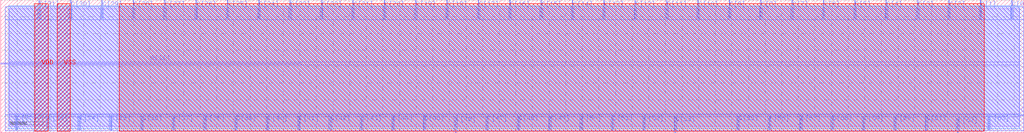
<source format=lef>
VERSION 5.7 ;
  NOWIREEXTENSIONATPIN ON ;
  DIVIDERCHAR "/" ;
  BUSBITCHARS "[]" ;
MACRO BR64
  CLASS BLOCK ;
  FOREIGN BR64 ;
  ORIGIN 0.000 0.000 ;
  SIZE 307.745 BY 40.170 ;
  PIN OUT
    PORT
      LAYER met1 ;
        RECT 306.335 5.050 307.555 5.440 ;
    END
  END OUT
  PIN RESET
    PORT
      LAYER met1 ;
        RECT 0.000 20.805 90.000 21.135 ;
    END
  END RESET
  PIN C[63]
    PORT
      LAYER met2 ;
        RECT 297.275 0.620 297.495 5.110 ;
    END
  END C[63]
  PIN C[61]
    PORT
      LAYER met2 ;
        RECT 278.395 0.620 278.615 5.110 ;
    END
  END C[61]
  PIN C[60]
    PORT
      LAYER met2 ;
        RECT 268.955 0.620 269.175 5.110 ;
    END
  END C[60]
  PIN C[59]
    PORT
      LAYER met2 ;
        RECT 259.515 0.620 259.735 5.110 ;
    END
  END C[59]
  PIN C[58]
    PORT
      LAYER met2 ;
        RECT 250.075 0.620 250.295 5.110 ;
    END
  END C[58]
  PIN C[57]
    PORT
      LAYER met2 ;
        RECT 240.635 0.620 240.855 5.110 ;
    END
  END C[57]
  PIN C[56]
    PORT
      LAYER met2 ;
        RECT 231.195 0.620 231.415 5.110 ;
    END
  END C[56]
  PIN C[55]
    PORT
      LAYER met2 ;
        RECT 221.755 0.620 221.975 5.110 ;
    END
  END C[55]
  PIN C[52]
    PORT
      LAYER met2 ;
        RECT 193.435 0.620 193.655 5.110 ;
    END
  END C[52]
  PIN C[51]
    PORT
      LAYER met2 ;
        RECT 183.995 0.620 184.215 5.110 ;
    END
  END C[51]
  PIN C[50]
    PORT
      LAYER met2 ;
        RECT 174.555 0.620 174.775 5.110 ;
    END
  END C[50]
  PIN C[49]
    PORT
      LAYER met2 ;
        RECT 165.115 0.620 165.335 5.110 ;
    END
  END C[49]
  PIN C[48]
    PORT
      LAYER met2 ;
        RECT 155.675 0.620 155.895 5.110 ;
    END
  END C[48]
  PIN C[47]
    PORT
      LAYER met2 ;
        RECT 146.235 0.620 146.455 5.110 ;
    END
  END C[47]
  PIN C[45]
    PORT
      LAYER met2 ;
        RECT 127.355 0.620 127.575 5.110 ;
    END
  END C[45]
  PIN C[44]
    PORT
      LAYER met2 ;
        RECT 117.915 0.620 118.135 5.110 ;
    END
  END C[44]
  PIN C[43]
    PORT
      LAYER met2 ;
        RECT 108.475 0.620 108.695 5.110 ;
    END
  END C[43]
  PIN C[42]
    PORT
      LAYER met2 ;
        RECT 99.035 0.620 99.255 5.110 ;
    END
  END C[42]
  PIN C[41]
    PORT
      LAYER met2 ;
        RECT 89.595 0.620 89.815 5.110 ;
    END
  END C[41]
  PIN C[40]
    PORT
      LAYER met2 ;
        RECT 80.155 0.620 80.375 5.110 ;
    END
  END C[40]
  PIN C[39]
    PORT
      LAYER met2 ;
        RECT 70.715 0.620 70.935 5.110 ;
    END
  END C[39]
  PIN C[38]
    PORT
      LAYER met2 ;
        RECT 61.275 0.620 61.495 5.110 ;
    END
  END C[38]
  PIN C[37]
    PORT
      LAYER met2 ;
        RECT 51.835 0.620 52.055 5.110 ;
    END
  END C[37]
  PIN C[36]
    PORT
      LAYER met2 ;
        RECT 42.395 0.620 42.615 5.110 ;
    END
  END C[36]
  PIN C[35]
    PORT
      LAYER met2 ;
        RECT 32.955 0.620 33.175 5.110 ;
    END
  END C[35]
  PIN C[34]
    PORT
      LAYER met2 ;
        RECT 23.515 0.620 23.735 5.110 ;
    END
  END C[34]
  PIN C[33]
    PORT
      LAYER met2 ;
        RECT 14.075 0.620 14.295 5.110 ;
    END
  END C[33]
  PIN C[32]
    PORT
      LAYER met2 ;
        RECT 4.635 0.620 4.855 5.110 ;
    END
  END C[32]
  PIN C[31]
    PORT
      LAYER met2 ;
        RECT 11.485 34.390 11.705 40.170 ;
    END
  END C[31]
  PIN C[30]
    PORT
      LAYER met2 ;
        RECT 20.925 34.390 21.145 40.170 ;
    END
  END C[30]
  PIN C[29]
    PORT
      LAYER met2 ;
        RECT 30.365 34.390 30.585 40.170 ;
    END
  END C[29]
  PIN C[28]
    PORT
      LAYER met2 ;
        RECT 39.805 34.390 40.025 40.170 ;
    END
  END C[28]
  PIN C[27]
    PORT
      LAYER met2 ;
        RECT 49.245 34.390 49.465 40.170 ;
    END
  END C[27]
  PIN C[26]
    PORT
      LAYER met2 ;
        RECT 58.685 34.390 58.905 40.170 ;
    END
  END C[26]
  PIN C[25]
    PORT
      LAYER met2 ;
        RECT 68.125 34.390 68.345 40.170 ;
    END
  END C[25]
  PIN C[24]
    PORT
      LAYER met2 ;
        RECT 77.565 34.390 77.785 40.170 ;
    END
  END C[24]
  PIN C[23]
    PORT
      LAYER met2 ;
        RECT 87.005 34.390 87.225 40.170 ;
    END
  END C[23]
  PIN C[22]
    PORT
      LAYER met2 ;
        RECT 96.445 34.390 96.665 40.170 ;
    END
  END C[22]
  PIN C[21]
    PORT
      LAYER met2 ;
        RECT 105.885 34.390 106.105 40.170 ;
    END
  END C[21]
  PIN C[20]
    PORT
      LAYER met2 ;
        RECT 115.325 34.390 115.545 40.170 ;
    END
  END C[20]
  PIN C[19]
    PORT
      LAYER met2 ;
        RECT 124.765 34.390 124.985 40.170 ;
    END
  END C[19]
  PIN C[18]
    PORT
      LAYER met2 ;
        RECT 134.205 34.390 134.425 40.170 ;
    END
  END C[18]
  PIN C[17]
    PORT
      LAYER met2 ;
        RECT 143.645 34.390 143.865 40.170 ;
    END
  END C[17]
  PIN C[16]
    PORT
      LAYER met2 ;
        RECT 153.085 34.390 153.305 40.170 ;
    END
  END C[16]
  PIN C[15]
    PORT
      LAYER met2 ;
        RECT 162.525 34.390 162.745 40.170 ;
    END
  END C[15]
  PIN C[14]
    PORT
      LAYER met2 ;
        RECT 171.965 34.390 172.185 40.170 ;
    END
  END C[14]
  PIN C[13]
    PORT
      LAYER met2 ;
        RECT 181.405 34.390 181.625 40.170 ;
    END
  END C[13]
  PIN C[12]
    PORT
      LAYER met2 ;
        RECT 190.845 34.390 191.065 40.170 ;
    END
  END C[12]
  PIN C[11]
    PORT
      LAYER met2 ;
        RECT 200.285 34.390 200.505 40.170 ;
    END
  END C[11]
  PIN C[10]
    PORT
      LAYER met2 ;
        RECT 209.725 34.390 209.945 40.170 ;
    END
  END C[10]
  PIN C[9]
    PORT
      LAYER met2 ;
        RECT 219.165 34.390 219.385 40.170 ;
    END
  END C[9]
  PIN C[8]
    PORT
      LAYER met2 ;
        RECT 228.605 34.390 228.825 40.170 ;
    END
  END C[8]
  PIN C[7]
    PORT
      LAYER met2 ;
        RECT 238.045 34.390 238.265 40.170 ;
    END
  END C[7]
  PIN C[6]
    PORT
      LAYER met2 ;
        RECT 247.485 34.390 247.705 40.170 ;
    END
  END C[6]
  PIN C[5]
    PORT
      LAYER met2 ;
        RECT 256.925 34.390 257.145 40.170 ;
    END
  END C[5]
  PIN C[4]
    PORT
      LAYER met2 ;
        RECT 266.365 34.390 266.585 40.170 ;
    END
  END C[4]
  PIN C[3]
    PORT
      LAYER met2 ;
        RECT 275.805 34.390 276.025 40.170 ;
    END
  END C[3]
  PIN C[2]
    PORT
      LAYER met2 ;
        RECT 285.245 34.390 285.465 40.170 ;
    END
  END C[2]
  PIN C[1]
    PORT
      LAYER met2 ;
        RECT 294.685 34.390 294.905 40.170 ;
    END
  END C[1]
  PIN C[0]
    PORT
      LAYER met2 ;
        RECT 304.125 34.390 304.345 40.170 ;
    END
  END C[0]
  PIN C[46]
    PORT
      LAYER met2 ;
        RECT 136.795 0.120 137.015 5.110 ;
    END
  END C[46]
  PIN C[53]
    PORT
      LAYER met2 ;
        RECT 202.875 0.000 203.095 5.110 ;
    END
  END C[53]
  PIN C[62]
    PORT
      LAYER met2 ;
        RECT 287.845 0.020 288.065 4.510 ;
    END
  END C[62]
  PIN VDD
    DIRECTION INOUT ;
    USE POWER ; 
    PORT
      LAYER met4 ;
        RECT 10.235 0.475 14.265 39.005 ;
    END
  END VDD
  PIN VSS
    DIRECTION INOUT ;
    USE GROUND ;
    PORT
      LAYER met4 ;
        RECT 16.950 0.480 20.980 39.010 ;
    END
  END VSS
  OBS
      LAYER li1 ;
        RECT 2.575 2.010 306.405 37.490 ;
      LAYER met1 ;
        RECT 2.385 21.415 306.595 38.350 ;
        RECT 90.280 20.525 306.595 21.415 ;
        RECT 2.385 5.720 306.595 20.525 ;
        RECT 2.385 4.770 306.055 5.720 ;
        RECT 2.385 1.150 306.595 4.770 ;
      LAYER met2 ;
        RECT 1.355 34.110 11.205 38.100 ;
        RECT 11.985 34.110 20.645 38.100 ;
        RECT 21.425 34.110 30.085 38.100 ;
        RECT 30.865 34.110 39.525 38.100 ;
        RECT 40.305 34.110 48.965 38.100 ;
        RECT 49.745 34.110 58.405 38.100 ;
        RECT 59.185 34.110 67.845 38.100 ;
        RECT 68.625 34.110 77.285 38.100 ;
        RECT 78.065 34.110 86.725 38.100 ;
        RECT 87.505 34.110 96.165 38.100 ;
        RECT 96.945 34.110 105.605 38.100 ;
        RECT 106.385 34.110 115.045 38.100 ;
        RECT 115.825 34.110 124.485 38.100 ;
        RECT 125.265 34.110 133.925 38.100 ;
        RECT 134.705 34.110 143.365 38.100 ;
        RECT 144.145 34.110 152.805 38.100 ;
        RECT 153.585 34.110 162.245 38.100 ;
        RECT 163.025 34.110 171.685 38.100 ;
        RECT 172.465 34.110 181.125 38.100 ;
        RECT 181.905 34.110 190.565 38.100 ;
        RECT 191.345 34.110 200.005 38.100 ;
        RECT 200.785 34.110 209.445 38.100 ;
        RECT 210.225 34.110 218.885 38.100 ;
        RECT 219.665 34.110 228.325 38.100 ;
        RECT 229.105 34.110 237.765 38.100 ;
        RECT 238.545 34.110 247.205 38.100 ;
        RECT 247.985 34.110 256.645 38.100 ;
        RECT 257.425 34.110 266.085 38.100 ;
        RECT 266.865 34.110 275.525 38.100 ;
        RECT 276.305 34.110 284.965 38.100 ;
        RECT 285.745 34.110 294.405 38.100 ;
        RECT 295.185 34.110 303.845 38.100 ;
        RECT 304.625 34.110 307.745 38.100 ;
        RECT 1.355 5.390 307.745 34.110 ;
        RECT 1.355 0.620 4.355 5.390 ;
        RECT 5.135 0.620 13.795 5.390 ;
        RECT 14.575 0.620 23.235 5.390 ;
        RECT 24.015 0.620 32.675 5.390 ;
        RECT 33.455 0.620 42.115 5.390 ;
        RECT 42.895 0.620 51.555 5.390 ;
        RECT 52.335 0.620 60.995 5.390 ;
        RECT 61.775 0.620 70.435 5.390 ;
        RECT 71.215 0.620 79.875 5.390 ;
        RECT 80.655 0.620 89.315 5.390 ;
        RECT 90.095 0.620 98.755 5.390 ;
        RECT 99.535 0.620 108.195 5.390 ;
        RECT 108.975 0.620 117.635 5.390 ;
        RECT 118.415 0.620 127.075 5.390 ;
        RECT 127.855 0.620 136.515 5.390 ;
        RECT 137.295 0.620 145.955 5.390 ;
        RECT 146.735 0.620 155.395 5.390 ;
        RECT 156.175 0.620 164.835 5.390 ;
        RECT 165.615 0.620 174.275 5.390 ;
        RECT 175.055 0.620 183.715 5.390 ;
        RECT 184.495 0.620 193.155 5.390 ;
        RECT 193.935 0.620 202.595 5.390 ;
        RECT 203.375 0.620 221.475 5.390 ;
        RECT 222.255 0.620 230.915 5.390 ;
        RECT 231.695 0.620 240.355 5.390 ;
        RECT 241.135 0.620 249.795 5.390 ;
        RECT 250.575 0.620 259.235 5.390 ;
        RECT 260.015 0.620 268.675 5.390 ;
        RECT 269.455 0.620 278.115 5.390 ;
        RECT 278.895 4.790 296.995 5.390 ;
        RECT 278.895 0.620 287.565 4.790 ;
        RECT 288.345 0.620 296.995 4.790 ;
        RECT 297.775 0.620 307.745 5.390 ;
      LAYER met3 ;
        RECT 2.385 1.145 306.595 38.355 ;
      LAYER met4 ;
        RECT 35.605 0.480 295.980 39.010 ;
  END
END BR64
END LIBRARY


</source>
